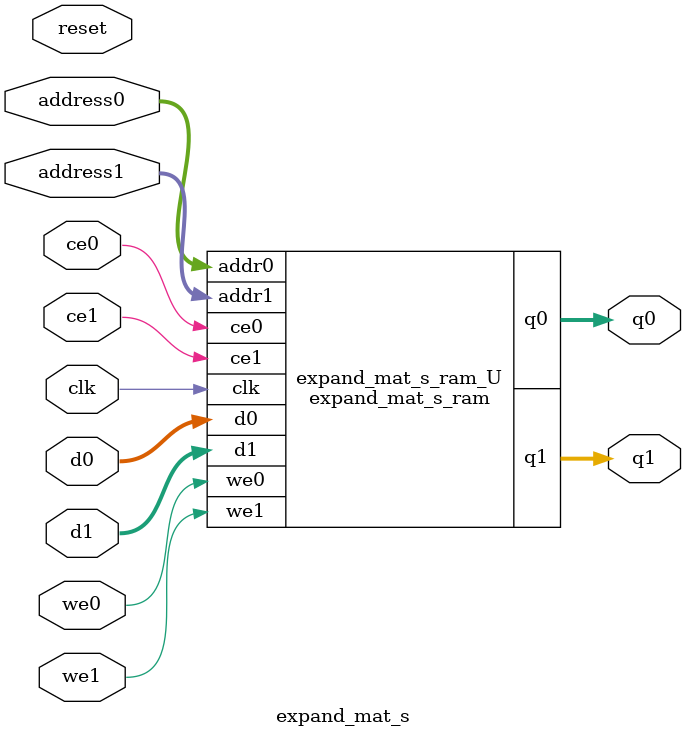
<source format=v>

`timescale 1 ns / 1 ps
module expand_mat_s_ram (addr0, ce0, d0, we0, q0, addr1, ce1, d1, we1, q1,  clk);

parameter DWIDTH = 64;
parameter AWIDTH = 5;
parameter MEM_SIZE = 25;

input[AWIDTH-1:0] addr0;
input ce0;
input[DWIDTH-1:0] d0;
input we0;
output reg[DWIDTH-1:0] q0;
input[AWIDTH-1:0] addr1;
input ce1;
input[DWIDTH-1:0] d1;
input we1;
output reg[DWIDTH-1:0] q1;
input clk;

(* ram_style = "block" *)reg [DWIDTH-1:0] ram[0:MEM_SIZE-1];




always @(posedge clk)  
begin 
    if (ce0) 
    begin
        if (we0) 
        begin 
            ram[addr0] <= d0; 
            q0 <= d0;
        end 
        else 
            q0 <= ram[addr0];
    end
end


always @(posedge clk)  
begin 
    if (ce1) 
    begin
        if (we1) 
        begin 
            ram[addr1] <= d1; 
            q1 <= d1;
        end 
        else 
            q1 <= ram[addr1];
    end
end


endmodule


`timescale 1 ns / 1 ps
module expand_mat_s(
    reset,
    clk,
    address0,
    ce0,
    we0,
    d0,
    q0,
    address1,
    ce1,
    we1,
    d1,
    q1);

parameter DataWidth = 32'd64;
parameter AddressRange = 32'd25;
parameter AddressWidth = 32'd5;
input reset;
input clk;
input[AddressWidth - 1:0] address0;
input ce0;
input we0;
input[DataWidth - 1:0] d0;
output[DataWidth - 1:0] q0;
input[AddressWidth - 1:0] address1;
input ce1;
input we1;
input[DataWidth - 1:0] d1;
output[DataWidth - 1:0] q1;



expand_mat_s_ram expand_mat_s_ram_U(
    .clk( clk ),
    .addr0( address0 ),
    .ce0( ce0 ),
    .we0( we0 ),
    .d0( d0 ),
    .q0( q0 ),
    .addr1( address1 ),
    .ce1( ce1 ),
    .we1( we1 ),
    .d1( d1 ),
    .q1( q1 ));

endmodule


</source>
